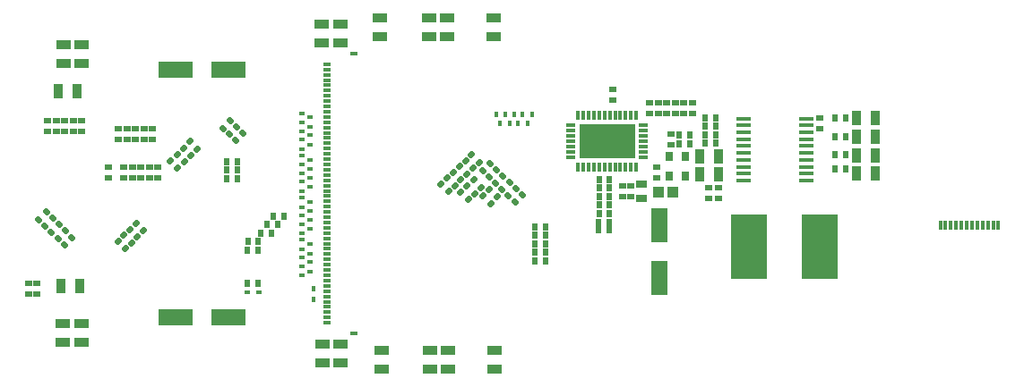
<source format=gtp>
G04*
G04 #@! TF.GenerationSoftware,Altium Limited,Altium Designer,25.7.1 (20)*
G04*
G04 Layer_Color=8421504*
%FSLAX44Y44*%
%MOMM*%
G71*
G04*
G04 #@! TF.SameCoordinates,66F0D8C6-04CA-480C-B019-D4CA667347D7*
G04*
G04*
G04 #@! TF.FilePolarity,Positive*
G04*
G01*
G75*
%ADD21R,0.3000X0.9000*%
G04:AMPARAMS|DCode=22|XSize=0.55mm|YSize=0.65mm|CornerRadius=0.055mm|HoleSize=0mm|Usage=FLASHONLY|Rotation=315.000|XOffset=0mm|YOffset=0mm|HoleType=Round|Shape=RoundedRectangle|*
%AMROUNDEDRECTD22*
21,1,0.5500,0.5400,0,0,315.0*
21,1,0.4400,0.6500,0,0,315.0*
1,1,0.1100,-0.0354,-0.3465*
1,1,0.1100,-0.3465,-0.0354*
1,1,0.1100,0.0354,0.3465*
1,1,0.1100,0.3465,0.0354*
%
%ADD22ROUNDEDRECTD22*%
G04:AMPARAMS|DCode=23|XSize=0.55mm|YSize=0.65mm|CornerRadius=0.055mm|HoleSize=0mm|Usage=FLASHONLY|Rotation=270.000|XOffset=0mm|YOffset=0mm|HoleType=Round|Shape=RoundedRectangle|*
%AMROUNDEDRECTD23*
21,1,0.5500,0.5400,0,0,270.0*
21,1,0.4400,0.6500,0,0,270.0*
1,1,0.1100,-0.2700,-0.2200*
1,1,0.1100,-0.2700,0.2200*
1,1,0.1100,0.2700,0.2200*
1,1,0.1100,0.2700,-0.2200*
%
%ADD23ROUNDEDRECTD23*%
G04:AMPARAMS|DCode=24|XSize=0.55mm|YSize=0.65mm|CornerRadius=0.055mm|HoleSize=0mm|Usage=FLASHONLY|Rotation=180.000|XOffset=0mm|YOffset=0mm|HoleType=Round|Shape=RoundedRectangle|*
%AMROUNDEDRECTD24*
21,1,0.5500,0.5400,0,0,180.0*
21,1,0.4400,0.6500,0,0,180.0*
1,1,0.1100,-0.2200,0.2700*
1,1,0.1100,0.2200,0.2700*
1,1,0.1100,0.2200,-0.2700*
1,1,0.1100,-0.2200,-0.2700*
%
%ADD24ROUNDEDRECTD24*%
G04:AMPARAMS|DCode=25|XSize=0.9mm|YSize=1.4mm|CornerRadius=0.09mm|HoleSize=0mm|Usage=FLASHONLY|Rotation=90.000|XOffset=0mm|YOffset=0mm|HoleType=Round|Shape=RoundedRectangle|*
%AMROUNDEDRECTD25*
21,1,0.9000,1.2200,0,0,90.0*
21,1,0.7200,1.4000,0,0,90.0*
1,1,0.1800,0.6100,0.3600*
1,1,0.1800,0.6100,-0.3600*
1,1,0.1800,-0.6100,-0.3600*
1,1,0.1800,-0.6100,0.3600*
%
%ADD25ROUNDEDRECTD25*%
G04:AMPARAMS|DCode=26|XSize=0.9mm|YSize=1.4mm|CornerRadius=0.09mm|HoleSize=0mm|Usage=FLASHONLY|Rotation=0.000|XOffset=0mm|YOffset=0mm|HoleType=Round|Shape=RoundedRectangle|*
%AMROUNDEDRECTD26*
21,1,0.9000,1.2200,0,0,0.0*
21,1,0.7200,1.4000,0,0,0.0*
1,1,0.1800,0.3600,-0.6100*
1,1,0.1800,-0.3600,-0.6100*
1,1,0.1800,-0.3600,0.6100*
1,1,0.1800,0.3600,0.6100*
%
%ADD26ROUNDEDRECTD26*%
%ADD27R,3.4000X6.1500*%
%ADD28R,3.2000X1.6000*%
%ADD29R,1.6000X3.2000*%
%ADD30R,1.4750X0.4500*%
%ADD31R,0.8000X0.9000*%
%ADD32R,0.3000X0.5000*%
%ADD33R,1.1000X1.0500*%
G04:AMPARAMS|DCode=34|XSize=0.7mm|YSize=1mm|CornerRadius=0.07mm|HoleSize=0mm|Usage=FLASHONLY|Rotation=90.000|XOffset=0mm|YOffset=0mm|HoleType=Round|Shape=RoundedRectangle|*
%AMROUNDEDRECTD34*
21,1,0.7000,0.8600,0,0,90.0*
21,1,0.5600,1.0000,0,0,90.0*
1,1,0.1400,0.4300,0.2800*
1,1,0.1400,0.4300,-0.2800*
1,1,0.1400,-0.4300,-0.2800*
1,1,0.1400,-0.4300,0.2800*
%
%ADD34ROUNDEDRECTD34*%
G04:AMPARAMS|DCode=35|XSize=0.55mm|YSize=0.65mm|CornerRadius=0.055mm|HoleSize=0mm|Usage=FLASHONLY|Rotation=225.000|XOffset=0mm|YOffset=0mm|HoleType=Round|Shape=RoundedRectangle|*
%AMROUNDEDRECTD35*
21,1,0.5500,0.5400,0,0,225.0*
21,1,0.4400,0.6500,0,0,225.0*
1,1,0.1100,-0.3465,0.0354*
1,1,0.1100,-0.0354,0.3465*
1,1,0.1100,0.3465,-0.0354*
1,1,0.1100,0.0354,-0.3465*
%
%ADD35ROUNDEDRECTD35*%
%ADD36R,0.8000X0.3000*%
%ADD37R,0.8000X0.4000*%
%ADD38R,0.5000X0.3000*%
%ADD39R,0.4200X0.5000*%
%ADD40R,0.5000X0.4200*%
%ADD41R,0.8500X0.3000*%
%ADD42R,0.3000X0.8500*%
%ADD43R,5.2500X3.2500*%
D21*
X881547Y-29799D02*
D03*
X886547D02*
D03*
X891547D02*
D03*
X901547D02*
D03*
X906547D02*
D03*
X911547D02*
D03*
X916547D02*
D03*
X921547D02*
D03*
X926547D02*
D03*
X896547D02*
D03*
X876547D02*
D03*
X931547D02*
D03*
D22*
X155300Y36964D02*
D03*
X162374Y29890D02*
D03*
X411886Y1865D02*
D03*
X404812Y8940D02*
D03*
X417669Y7357D02*
D03*
X410595Y14432D02*
D03*
X423451Y12850D02*
D03*
X416378Y19925D02*
D03*
X435017Y23836D02*
D03*
X427943Y30911D02*
D03*
X440799Y29328D02*
D03*
X433726Y36404D02*
D03*
X429234Y18343D02*
D03*
X422161Y25418D02*
D03*
X442554Y5517D02*
D03*
X435481Y12592D02*
D03*
X429481Y6926D02*
D03*
X436554Y-149D02*
D03*
X450481Y3592D02*
D03*
X457555Y-3483D02*
D03*
X423481Y1259D02*
D03*
X430555Y-5816D02*
D03*
X444481Y-2408D02*
D03*
X451555Y-9483D02*
D03*
X174361Y41946D02*
D03*
X167288Y49021D02*
D03*
X168367Y35918D02*
D03*
X161294Y42993D02*
D03*
X148954Y31062D02*
D03*
X156028Y23987D02*
D03*
X99446Y-45516D02*
D03*
X106519Y-52591D02*
D03*
X116535Y-28384D02*
D03*
X123608Y-35459D02*
D03*
X112215Y-46880D02*
D03*
X105143Y-39805D02*
D03*
X110839Y-34095D02*
D03*
X117912Y-41170D02*
D03*
D23*
X602052Y85974D02*
D03*
X602051Y75970D02*
D03*
X666835Y-4434D02*
D03*
X657835Y-4434D02*
D03*
X763050Y61024D02*
D03*
X763051Y71029D02*
D03*
X621717Y46028D02*
D03*
X621718Y56032D02*
D03*
X608949Y14972D02*
D03*
X608950Y24977D02*
D03*
X642652Y76022D02*
D03*
X642653Y86026D02*
D03*
X634050Y75970D02*
D03*
X634052Y85974D02*
D03*
X626050Y75970D02*
D03*
X626052Y85974D02*
D03*
X618152Y76022D02*
D03*
X618153Y86026D02*
D03*
X610152Y76022D02*
D03*
X610153Y86026D02*
D03*
X566757Y98710D02*
D03*
X566756Y88706D02*
D03*
X657836Y5570D02*
D03*
X584052Y7029D02*
D03*
X584050Y-2976D02*
D03*
X576051Y7029D02*
D03*
X576050Y-2976D02*
D03*
X132004Y61000D02*
D03*
X132003Y50996D02*
D03*
X124003D02*
D03*
X124004Y61000D02*
D03*
X116104Y51048D02*
D03*
X116105Y61052D02*
D03*
X108004Y61000D02*
D03*
X108003Y50996D02*
D03*
X100004Y61000D02*
D03*
X100003Y50996D02*
D03*
X129127Y14827D02*
D03*
X129128Y24831D02*
D03*
X137127Y14827D02*
D03*
X137128Y24831D02*
D03*
X121027Y24780D02*
D03*
X121025Y14775D02*
D03*
X113026D02*
D03*
X113027Y24780D02*
D03*
X105127Y14827D02*
D03*
X105128Y24831D02*
D03*
X90053Y24831D02*
D03*
X90052Y14827D02*
D03*
X33104Y59048D02*
D03*
X33105Y69052D02*
D03*
X41104Y59048D02*
D03*
X41105Y69052D02*
D03*
X57105D02*
D03*
X57104Y59048D02*
D03*
X49004Y69000D02*
D03*
X49003Y58996D02*
D03*
X65104Y59048D02*
D03*
X65105Y69052D02*
D03*
X14949Y-95028D02*
D03*
X14950Y-85023D02*
D03*
X23050Y-94976D02*
D03*
X23052Y-84971D02*
D03*
X666836Y5570D02*
D03*
D24*
X563706Y-34818D02*
D03*
X553701Y-34817D02*
D03*
X563682Y-27268D02*
D03*
X553677Y-27267D02*
D03*
X563977Y-18949D02*
D03*
X553972Y-18948D02*
D03*
X554024Y-11050D02*
D03*
X564028Y-11051D02*
D03*
X563976Y5051D02*
D03*
X553972Y5052D02*
D03*
X564029Y12949D02*
D03*
X554024Y12951D02*
D03*
X553972Y-2948D02*
D03*
X563977Y-2949D02*
D03*
X787047Y71561D02*
D03*
X777043Y71562D02*
D03*
X777095Y53970D02*
D03*
X787100Y53969D02*
D03*
X777095Y36480D02*
D03*
X787100Y36479D02*
D03*
X777092Y22878D02*
D03*
X787096Y22877D02*
D03*
X630003Y55535D02*
D03*
X640007Y55534D02*
D03*
X630003Y46535D02*
D03*
X640007Y46534D02*
D03*
X664112Y63840D02*
D03*
X654108Y63841D02*
D03*
X664164Y55738D02*
D03*
X654160Y55739D02*
D03*
X664164Y47738D02*
D03*
X654160Y47739D02*
D03*
X664136Y71790D02*
D03*
X654132Y71791D02*
D03*
X503706Y-31818D02*
D03*
X493702Y-31816D02*
D03*
X503706Y-39818D02*
D03*
X493702D02*
D03*
X503734Y-47818D02*
D03*
X493730D02*
D03*
X493678Y-55767D02*
D03*
X503682Y-55768D02*
D03*
X493678Y-63767D02*
D03*
X503682Y-63768D02*
D03*
X255997Y-21663D02*
D03*
X245993Y-21661D02*
D03*
X250346Y-29493D02*
D03*
X240341Y-29492D02*
D03*
X244694Y-37868D02*
D03*
X234690Y-37867D02*
D03*
X232144Y-45426D02*
D03*
X222140Y-45425D02*
D03*
X232030Y-53926D02*
D03*
X222026Y-53924D02*
D03*
X231977Y-84949D02*
D03*
X221972Y-84948D02*
D03*
X201972Y30052D02*
D03*
X211976Y30051D02*
D03*
X201972Y22052D02*
D03*
X211976Y22051D02*
D03*
X201972Y14052D02*
D03*
X211976Y14051D02*
D03*
D25*
X309416Y-160458D02*
D03*
Y-142458D02*
D03*
X292906Y-160458D02*
D03*
Y-142458D02*
D03*
X411411Y-148798D02*
D03*
Y-166798D02*
D03*
X394528Y-148812D02*
D03*
Y-166812D02*
D03*
X348927Y-148812D02*
D03*
Y-166812D02*
D03*
X292100Y160130D02*
D03*
Y142130D02*
D03*
X454660Y148480D02*
D03*
Y166480D02*
D03*
X410210Y148480D02*
D03*
Y166480D02*
D03*
X393700Y148480D02*
D03*
Y166480D02*
D03*
X346710Y148480D02*
D03*
Y166480D02*
D03*
X309880Y160130D02*
D03*
Y142130D02*
D03*
X64770Y141080D02*
D03*
Y123080D02*
D03*
X48260Y141080D02*
D03*
Y123080D02*
D03*
X46990Y-141080D02*
D03*
Y-123080D02*
D03*
X64770Y-141080D02*
D03*
Y-123080D02*
D03*
X455219Y-166812D02*
D03*
Y-148812D02*
D03*
D26*
X45610Y-87630D02*
D03*
X63610D02*
D03*
X43070Y96520D02*
D03*
X61070D02*
D03*
X797270Y71479D02*
D03*
X815270D02*
D03*
X815304Y35524D02*
D03*
X797304D02*
D03*
X797297Y18701D02*
D03*
X815297D02*
D03*
X667136Y34790D02*
D03*
X649136D02*
D03*
X667136Y17789D02*
D03*
X649136D02*
D03*
X797304Y53524D02*
D03*
X815304D02*
D03*
D27*
X695500Y-50249D02*
D03*
X762500D02*
D03*
D28*
X153706Y-117328D02*
D03*
X153706Y117322D02*
D03*
X203706D02*
D03*
X203706Y-117328D02*
D03*
D29*
X611500Y-80500D02*
D03*
Y-30499D02*
D03*
D30*
X690924Y18774D02*
D03*
X749684Y70774D02*
D03*
Y51274D02*
D03*
Y44774D02*
D03*
Y38274D02*
D03*
Y31774D02*
D03*
Y25274D02*
D03*
Y18774D02*
D03*
Y12274D02*
D03*
X690924D02*
D03*
Y25274D02*
D03*
Y31774D02*
D03*
Y38274D02*
D03*
Y44774D02*
D03*
Y51274D02*
D03*
Y64274D02*
D03*
Y70774D02*
D03*
Y57774D02*
D03*
X749684D02*
D03*
Y64274D02*
D03*
D31*
X620750Y35251D02*
D03*
X635250Y16751D02*
D03*
X620750D02*
D03*
X635250Y35251D02*
D03*
D32*
X473706Y74682D02*
D03*
X490705D02*
D03*
X481706D02*
D03*
X465706D02*
D03*
X456706D02*
D03*
X460705Y66682D02*
D03*
X469706D02*
D03*
X477706D02*
D03*
X486706D02*
D03*
D33*
X610000Y1001D02*
D03*
X624000D02*
D03*
D34*
X594000Y9000D02*
D03*
Y-5000D02*
D03*
D35*
X475462Y4593D02*
D03*
X468387Y-2480D02*
D03*
X481567Y-1332D02*
D03*
X474492Y-8405D02*
D03*
X469356Y10519D02*
D03*
X462281Y3445D02*
D03*
X463251Y16445D02*
D03*
X456176Y9371D02*
D03*
X457037Y22405D02*
D03*
X449962Y15332D02*
D03*
X451149Y28261D02*
D03*
X444074Y21187D02*
D03*
X205646Y68543D02*
D03*
X198571Y61470D02*
D03*
X204571Y55803D02*
D03*
X211645Y62876D02*
D03*
X210571Y50136D02*
D03*
X217645Y57210D02*
D03*
X31608Y-17605D02*
D03*
X24533Y-24678D02*
D03*
X37635Y-23614D02*
D03*
X30560Y-30687D02*
D03*
X43661Y-29623D02*
D03*
X36587Y-36696D02*
D03*
X49689Y-35632D02*
D03*
X42614Y-42705D02*
D03*
X55716Y-41641D02*
D03*
X48641Y-48713D02*
D03*
D36*
X297047Y37402D02*
D03*
Y-117598D02*
D03*
Y-112598D02*
D03*
Y-122598D02*
D03*
Y-107598D02*
D03*
Y-102598D02*
D03*
Y-97598D02*
D03*
Y-92598D02*
D03*
Y-87598D02*
D03*
Y-82598D02*
D03*
Y-77598D02*
D03*
Y-72598D02*
D03*
Y-67598D02*
D03*
Y-62598D02*
D03*
Y-57598D02*
D03*
Y-52598D02*
D03*
Y-47598D02*
D03*
Y-42598D02*
D03*
Y-37598D02*
D03*
Y-32598D02*
D03*
Y-27598D02*
D03*
Y-22598D02*
D03*
Y-17598D02*
D03*
Y-12598D02*
D03*
Y-7598D02*
D03*
Y-2598D02*
D03*
Y2402D02*
D03*
Y7402D02*
D03*
Y12402D02*
D03*
Y17402D02*
D03*
Y22402D02*
D03*
Y27402D02*
D03*
Y32402D02*
D03*
Y42402D02*
D03*
Y47402D02*
D03*
Y52402D02*
D03*
Y62402D02*
D03*
Y67402D02*
D03*
Y72402D02*
D03*
Y77402D02*
D03*
Y82402D02*
D03*
Y87402D02*
D03*
Y92402D02*
D03*
Y97402D02*
D03*
Y102402D02*
D03*
Y107402D02*
D03*
Y112402D02*
D03*
Y117402D02*
D03*
Y122402D02*
D03*
Y57402D02*
D03*
D37*
X322047Y-132598D02*
D03*
Y132402D02*
D03*
D38*
X273054Y59025D02*
D03*
X281054Y72024D02*
D03*
Y63025D02*
D03*
Y55024D02*
D03*
Y46024D02*
D03*
X273054Y42024D02*
D03*
Y51024D02*
D03*
Y67024D02*
D03*
Y76024D02*
D03*
Y36024D02*
D03*
Y27024D02*
D03*
Y11024D02*
D03*
Y2024D02*
D03*
X281054Y6024D02*
D03*
Y15024D02*
D03*
Y23024D02*
D03*
X273054Y19024D02*
D03*
X281054Y32024D02*
D03*
X273054Y-3976D02*
D03*
Y-12976D02*
D03*
Y-28976D02*
D03*
Y-37976D02*
D03*
X281054Y-33976D02*
D03*
Y-24976D02*
D03*
Y-16976D02*
D03*
Y-7976D02*
D03*
X273054Y-20976D02*
D03*
Y-43976D02*
D03*
Y-52976D02*
D03*
Y-68976D02*
D03*
Y-77976D02*
D03*
X281054Y-73976D02*
D03*
Y-64976D02*
D03*
Y-56976D02*
D03*
Y-47976D02*
D03*
X273054Y-60976D02*
D03*
D39*
X284706Y-100568D02*
D03*
Y-90068D02*
D03*
D40*
X221750Y-93999D02*
D03*
X232250D02*
D03*
D41*
X596251Y64500D02*
D03*
Y59500D02*
D03*
Y54500D02*
D03*
Y49501D02*
D03*
X527251Y34500D02*
D03*
Y39501D02*
D03*
Y44500D02*
D03*
Y49501D02*
D03*
Y54500D02*
D03*
Y59500D02*
D03*
Y64500D02*
D03*
X596251Y44500D02*
D03*
Y39501D02*
D03*
Y34500D02*
D03*
D42*
X569250Y25000D02*
D03*
X564251D02*
D03*
X559250D02*
D03*
X554251D02*
D03*
X549250D02*
D03*
X544251D02*
D03*
X539250D02*
D03*
X534251D02*
D03*
Y74000D02*
D03*
X539250D02*
D03*
X544251D02*
D03*
X549250D02*
D03*
X554251D02*
D03*
X569250D02*
D03*
X579250D02*
D03*
X584251D02*
D03*
X579250Y25000D02*
D03*
X574251D02*
D03*
X589250D02*
D03*
X584251D02*
D03*
X559250Y74000D02*
D03*
X564251D02*
D03*
X574251D02*
D03*
X589250D02*
D03*
D43*
X561750Y49501D02*
D03*
M02*

</source>
